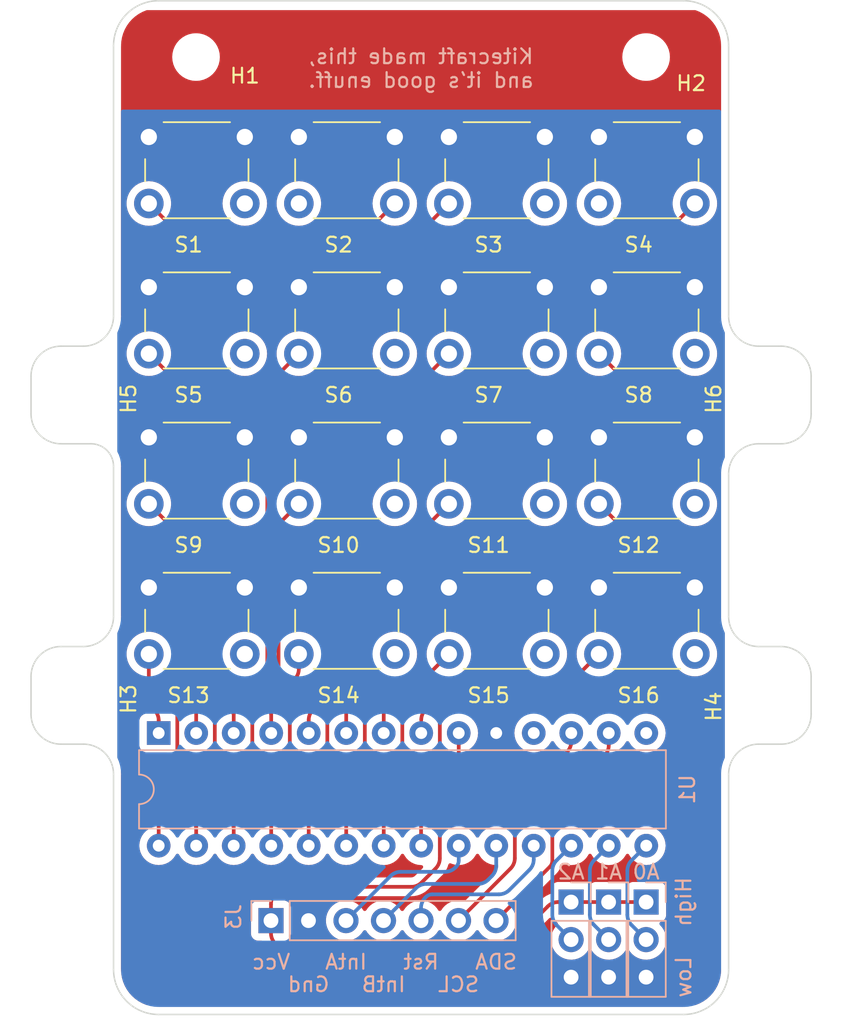
<source format=kicad_pcb>
(kicad_pcb (version 20211014) (generator pcbnew)
  (layers (0 "F.Cu" signal) (31 "B.Cu" signal) (34 "B.Paste" user) (35 "F.Paste" user) (36 "B.SilkS" user "B.Silkscreen") (37 "F.SilkS" user "F.Silkscreen") (38 "B.Mask" user) (39 "F.Mask" user) (44 "Edge.Cuts" user))
  (net 0 "")
  (net 1 "+3V3")
  (net 2 "GND")
  (net 21 "Net-(J3-Pad3)")
  (net 22 "Net-(J3-Pad6)")
  (net 23 "Net-(J3-Pad7)")
  (net 24 "Net-(J3-Pad4)")
  (net 25 "Net-(J3-Pad5)")
  (net 26 "Net-(S1-Pad1)")
  (net 27 "Net-(S2-Pad2)")
  (net 28 "Net-(S3-Pad1)")
  (net 29 "Net-(S4-Pad2)")
  (net 30 "Net-(S5-Pad1)")
  (net 31 "Net-(S6-Pad1)")
  (net 32 "Net-(S7-Pad1)")
  (net 33 "Net-(S8-Pad1)")
  (net 34 "Net-(S9-Pad1)")
  (net 35 "Net-(S10-Pad1)")
  (net 36 "Net-(S11-Pad1)")
  (net 37 "Net-(S12-Pad1)")
  (net 38 "Net-(S13-Pad1)")
  (net 39 "Net-(S14-Pad1)")
  (net 40 "Net-(S15-Pad1)")
  (net 41 "Net-(S16-Pad1)")
  (net 42 "Net-(A0-Pad2)")
  (net 43 "Net-(A1-Pad2)")
  (net 44 "Net-(A2-Pad2)")
  (footprint "Kitecraft_Buttons:SW_PUSH_6mm_H4.3mm" (layer "F.Cu") (at 121.92 87.63 90)
    (fp_text reference "S8" (at -5.08 -0.508) (layer "F.SilkS"))
    (fp_text value "MJTP1230")
    (pad "1" thru_hole circle (at -2.286 -3.198 270) (size 2 2) (drill 1.1) (layers *.Cu *.Mask) (net 33 "Net-(S8-Pad1)"))
    (pad "2" thru_hole circle (at -2.286 3.302 270) (size 2 2) (drill 1.1) (layers *.Cu *.Mask))
    (pad "3" thru_hole circle (at 2.214 -3.198 270) (size 2 2) (drill 1.1) (layers *.Cu *.Mask) (net 2 "GND"))
    (pad "4" thru_hole circle (at 2.214 3.302 270) (size 2 2) (drill 1.1) (layers *.Cu *.Mask) (net 2 "GND"))
  )
  (footprint "Kitecraft_Buttons:SW_PUSH_6mm_H4.3mm" (layer "F.Cu") (at 121.92 107.95 90)
    (fp_text reference "S16" (at -5.08 -0.508) (layer "F.SilkS"))
    (fp_text value "MJTP1230")
    (pad "1" thru_hole circle (at -2.286 -3.198 270) (size 2 2) (drill 1.1) (layers *.Cu *.Mask) (net 41 "Net-(S16-Pad1)"))
    (pad "2" thru_hole circle (at -2.286 3.302 270) (size 2 2) (drill 1.1) (layers *.Cu *.Mask))
    (pad "3" thru_hole circle (at 2.214 -3.198 270) (size 2 2) (drill 1.1) (layers *.Cu *.Mask) (net 2 "GND"))
    (pad "4" thru_hole circle (at 2.214 3.302 270) (size 2 2) (drill 1.1) (layers *.Cu *.Mask) (net 2 "GND"))
  )
  (footprint "Kitecraft_Buttons:SW_PUSH_6mm_H4.3mm" (layer "F.Cu") (at 111.76 107.95 90)
    (fp_text reference "S15" (at -5.08 -0.508) (layer "F.SilkS"))
    (fp_text value "MJTP1230")
    (pad "1" thru_hole circle (at -2.286 -3.198 270) (size 2 2) (drill 1.1) (layers *.Cu *.Mask) (net 40 "Net-(S15-Pad1)"))
    (pad "2" thru_hole circle (at -2.286 3.302 270) (size 2 2) (drill 1.1) (layers *.Cu *.Mask))
    (pad "3" thru_hole circle (at 2.214 -3.198 270) (size 2 2) (drill 1.1) (layers *.Cu *.Mask) (net 2 "GND"))
    (pad "4" thru_hole circle (at 2.214 3.302 270) (size 2 2) (drill 1.1) (layers *.Cu *.Mask) (net 2 "GND"))
  )
  (footprint "Kitecraft_Buttons:SW_PUSH_6mm_H4.3mm" (layer "F.Cu") (at 91.44 87.63 90)
    (fp_text reference "S5" (at -5.08 -0.508) (layer "F.SilkS"))
    (fp_text value "MJTP1230")
    (pad "1" thru_hole circle (at -2.286 -3.198 270) (size 2 2) (drill 1.1) (layers *.Cu *.Mask) (net 30 "Net-(S5-Pad1)"))
    (pad "2" thru_hole circle (at -2.286 3.302 270) (size 2 2) (drill 1.1) (layers *.Cu *.Mask))
    (pad "3" thru_hole circle (at 2.214 -3.198 270) (size 2 2) (drill 1.1) (layers *.Cu *.Mask) (net 2 "GND"))
    (pad "4" thru_hole circle (at 2.214 3.302 270) (size 2 2) (drill 1.1) (layers *.Cu *.Mask) (net 2 "GND"))
  )
  (footprint "Kitecraft_Buttons:SW_PUSH_6mm_H4.3mm" (layer "F.Cu") (at 91.44 97.79 90)
    (fp_text reference "S9" (at -5.08 -0.508) (layer "F.SilkS"))
    (fp_text value "MJTP1230")
    (pad "1" thru_hole circle (at -2.286 -3.198 270) (size 2 2) (drill 1.1) (layers *.Cu *.Mask) (net 34 "Net-(S9-Pad1)"))
    (pad "2" thru_hole circle (at -2.286 3.302 270) (size 2 2) (drill 1.1) (layers *.Cu *.Mask))
    (pad "3" thru_hole circle (at 2.214 -3.198 270) (size 2 2) (drill 1.1) (layers *.Cu *.Mask) (net 2 "GND"))
    (pad "4" thru_hole circle (at 2.214 3.302 270) (size 2 2) (drill 1.1) (layers *.Cu *.Mask) (net 2 "GND"))
  )
  (footprint "Kitecraft_Buttons:SW_PUSH_6mm_H4.3mm" (layer "F.Cu") (at 91.44 107.95 90)
    (fp_text reference "S13" (at -5.08 -0.508) (layer "F.SilkS"))
    (fp_text value "MJTP1230")
    (pad "1" thru_hole circle (at -2.286 -3.198 270) (size 2 2) (drill 1.1) (layers *.Cu *.Mask) (net 38 "Net-(S13-Pad1)"))
    (pad "2" thru_hole circle (at -2.286 3.302 270) (size 2 2) (drill 1.1) (layers *.Cu *.Mask))
    (pad "3" thru_hole circle (at 2.214 -3.198 270) (size 2 2) (drill 1.1) (layers *.Cu *.Mask) (net 2 "GND"))
    (pad "4" thru_hole circle (at 2.214 3.302 270) (size 2 2) (drill 1.1) (layers *.Cu *.Mask) (net 2 "GND"))
  )
  (footprint "MountingHole:MountingHole_2.2mm_M2" (layer "F.Cu") (at 83.312 113.03)
    (fp_text reference "H3" (at 3.556 0.254 90) (layer "F.SilkS"))
    (fp_text value "MountingHole")
    (pad "" np_thru_hole circle locked (at 0 0) (size 2.2 2.2) (drill 2.2) (layers *.Cu *.Mask))
  )
  (footprint "Kitecraft_Buttons:SW_PUSH_6mm_H4.3mm" (layer "F.Cu") (at 91.44 77.47 90)
    (fp_text reference "S1" (at -5.08 -0.508) (layer "F.SilkS"))
    (fp_text value "MJTP1230")
    (pad "1" thru_hole circle (at -2.286 -3.198 270) (size 2 2) (drill 1.1) (layers *.Cu *.Mask) (net 26 "Net-(S1-Pad1)"))
    (pad "2" thru_hole circle (at -2.286 3.302 270) (size 2 2) (drill 1.1) (layers *.Cu *.Mask))
    (pad "3" thru_hole circle (at 2.214 -3.198 270) (size 2 2) (drill 1.1) (layers *.Cu *.Mask) (net 2 "GND"))
    (pad "4" thru_hole circle (at 2.214 3.302 270) (size 2 2) (drill 1.1) (layers *.Cu *.Mask) (net 2 "GND"))
  )
  (footprint "MountingHole:MountingHole_2.2mm_M2" (layer "F.Cu") (at 83.312 92.71)
    (fp_text reference "H5" (at 3.556 0.254 90) (layer "F.SilkS"))
    (fp_text value "MountingHole")
    (pad "" np_thru_hole circle locked (at 0 0) (size 2.2 2.2) (drill 2.2) (layers *.Cu *.Mask))
  )
  (footprint "MountingHole:MountingHole_2.2mm_M2" (layer "F.Cu") (at 121.92 69.85)
    (fp_text reference "H2" (at 3.048 1.778) (layer "F.SilkS"))
    (fp_text value "MountingHole")
    (pad "" np_thru_hole circle locked (at 0 0) (size 2.2 2.2) (drill 2.2) (layers *.Cu *.Mask))
  )
  (footprint "Kitecraft_Buttons:SW_PUSH_6mm_H4.3mm" (layer "F.Cu") (at 101.6 87.63 90)
    (fp_text reference "S6" (at -5.08 -0.508) (layer "F.SilkS"))
    (fp_text value "MJTP1230")
    (pad "1" thru_hole circle (at -2.286 -3.198 270) (size 2 2) (drill 1.1) (layers *.Cu *.Mask) (net 31 "Net-(S6-Pad1)"))
    (pad "2" thru_hole circle (at -2.286 3.302 270) (size 2 2) (drill 1.1) (layers *.Cu *.Mask))
    (pad "3" thru_hole circle (at 2.214 -3.198 270) (size 2 2) (drill 1.1) (layers *.Cu *.Mask) (net 2 "GND"))
    (pad "4" thru_hole circle (at 2.214 3.302 270) (size 2 2) (drill 1.1) (layers *.Cu *.Mask) (net 2 "GND"))
  )
  (footprint "MountingHole:MountingHole_2.2mm_M2" (layer "F.Cu") (at 91.44 69.85)
    (fp_text reference "H1" (at 3.302 1.27) (layer "F.SilkS"))
    (fp_text value "MountingHole")
    (pad "" np_thru_hole circle locked (at 0 0) (size 2.2 2.2) (drill 2.2) (layers *.Cu *.Mask))
  )
  (footprint "Kitecraft_Buttons:SW_PUSH_6mm_H4.3mm" (layer "F.Cu") (at 111.76 87.63 90)
    (fp_text reference "S7" (at -5.08 -0.508) (layer "F.SilkS"))
    (fp_text value "MJTP1230")
    (pad "1" thru_hole circle (at -2.286 -3.198 270) (size 2 2) (drill 1.1) (layers *.Cu *.Mask) (net 32 "Net-(S7-Pad1)"))
    (pad "2" thru_hole circle (at -2.286 3.302 270) (size 2 2) (drill 1.1) (layers *.Cu *.Mask))
    (pad "3" thru_hole circle (at 2.214 -3.198 270) (size 2 2) (drill 1.1) (layers *.Cu *.Mask) (net 2 "GND"))
    (pad "4" thru_hole circle (at 2.214 3.302 270) (size 2 2) (drill 1.1) (layers *.Cu *.Mask) (net 2 "GND"))
  )
  (footprint "Kitecraft_Buttons:SW_PUSH_6mm_H4.3mm" (layer "F.Cu") (at 111.76 77.47 90)
    (fp_text reference "S3" (at -5.08 -0.508) (layer "F.SilkS"))
    (fp_text value "MJTP1230")
    (pad "1" thru_hole circle (at -2.286 -3.198 270) (size 2 2) (drill 1.1) (layers *.Cu *.Mask) (net 28 "Net-(S3-Pad1)"))
    (pad "2" thru_hole circle (at -2.286 3.302 270) (size 2 2) (drill 1.1) (layers *.Cu *.Mask))
    (pad "3" thru_hole circle (at 2.214 -3.198 270) (size 2 2) (drill 1.1) (layers *.Cu *.Mask) (net 2 "GND"))
    (pad "4" thru_hole circle (at 2.214 3.302 270) (size 2 2) (drill 1.1) (layers *.Cu *.Mask) (net 2 "GND"))
  )
  (footprint "Kitecraft_Buttons:SW_PUSH_6mm_H4.3mm" (layer "F.Cu") (at 101.6 97.79 90)
    (fp_text reference "S10" (at -5.08 -0.508) (layer "F.SilkS"))
    (fp_text value "MJTP1230")
    (pad "1" thru_hole circle (at -2.286 -3.198 270) (size 2 2) (drill 1.1) (layers *.Cu *.Mask) (net 35 "Net-(S10-Pad1)"))
    (pad "2" thru_hole circle (at -2.286 3.302 270) (size 2 2) (drill 1.1) (layers *.Cu *.Mask))
    (pad "3" thru_hole circle (at 2.214 -3.198 270) (size 2 2) (drill 1.1) (layers *.Cu *.Mask) (net 2 "GND"))
    (pad "4" thru_hole circle (at 2.214 3.302 270) (size 2 2) (drill 1.1) (layers *.Cu *.Mask) (net 2 "GND"))
  )
  (footprint "Kitecraft_Buttons:SW_PUSH_6mm_H4.3mm" (layer "F.Cu") (at 111.76 97.79 90)
    (fp_text reference "S11" (at -5.08 -0.508) (layer "F.SilkS"))
    (fp_text value "MJTP1230")
    (pad "1" thru_hole circle (at -2.286 -3.198 270) (size 2 2) (drill 1.1) (layers *.Cu *.Mask) (net 36 "Net-(S11-Pad1)"))
    (pad "2" thru_hole circle (at -2.286 3.302 270) (size 2 2) (drill 1.1) (layers *.Cu *.Mask))
    (pad "3" thru_hole circle (at 2.214 -3.198 270) (size 2 2) (drill 1.1) (layers *.Cu *.Mask) (net 2 "GND"))
    (pad "4" thru_hole circle (at 2.214 3.302 270) (size 2 2) (drill 1.1) (layers *.Cu *.Mask) (net 2 "GND"))
  )
  (footprint "MountingHole:MountingHole_2.2mm_M2" (layer "F.Cu") (at 130.048 92.71)
    (fp_text reference "H6" (at -3.556 0.254 90) (layer "F.SilkS"))
    (fp_text value "MountingHole")
    (pad "" np_thru_hole circle locked (at 0 0) (size 2.2 2.2) (drill 2.2) (layers *.Cu *.Mask))
  )
  (footprint "MountingHole:MountingHole_2.2mm_M2" (layer "F.Cu") (at 130.048 113.03)
    (fp_text reference "H4" (at -3.556 0.762 90) (layer "F.SilkS"))
    (fp_text value "MountingHole")
    (pad "" np_thru_hole circle locked (at 0 0) (size 2.2 2.2) (drill 2.2) (layers *.Cu *.Mask))
  )
  (footprint "Kitecraft_Buttons:SW_PUSH_6mm_H4.3mm" (layer "F.Cu") (at 121.92 97.79 90)
    (fp_text reference "S12" (at -5.08 -0.508) (layer "F.SilkS"))
    (fp_text value "MJTP1230")
    (pad "1" thru_hole circle (at -2.286 -3.198 270) (size 2 2) (drill 1.1) (layers *.Cu *.Mask) (net 37 "Net-(S12-Pad1)"))
    (pad "2" thru_hole circle (at -2.286 3.302 270) (size 2 2) (drill 1.1) (layers *.Cu *.Mask))
    (pad "3" thru_hole circle (at 2.214 -3.198 270) (size 2 2) (drill 1.1) (layers *.Cu *.Mask) (net 2 "GND"))
    (pad "4" thru_hole circle (at 2.214 3.302 270) (size 2 2) (drill 1.1) (layers *.Cu *.Mask) (net 2 "GND"))
  )
  (footprint "Kitecraft_Buttons:SW_PUSH_6mm_H4.3mm" (layer "F.Cu") (at 121.92 77.47 90)
    (fp_text reference "S4" (at -5.08 -0.508) (layer "F.SilkS"))
    (fp_text value "MJTP1230")
    (pad "1" thru_hole circle (at -2.286 -3.198 270) (size 2 2) (drill 1.1) (layers *.Cu *.Mask))
    (pad "2" thru_hole circle (at -2.286 3.302 270) (size 2 2) (drill 1.1) (layers *.Cu *.Mask) (net 29 "Net-(S4-Pad2)"))
    (pad "3" thru_hole circle (at 2.214 -3.198 270) (size 2 2) (drill 1.1) (layers *.Cu *.Mask) (net 2 "GND"))
    (pad "4" thru_hole circle (at 2.214 3.302 270) (size 2 2) (drill 1.1) (layers *.Cu *.Mask) (net 2 "GND"))
  )
  (footprint "Kitecraft_Buttons:SW_PUSH_6mm_H4.3mm" (layer "F.Cu") (at 101.6 107.95 90)
    (fp_text reference "S14" (at -5.08 -0.508) (layer "F.SilkS"))
    (fp_text value "MJTP1230")
    (pad "1" thru_hole circle (at -2.286 -3.198 270) (size 2 2) (drill 1.1) (layers *.Cu *.Mask) (net 39 "Net-(S14-Pad1)"))
    (pad "2" thru_hole circle (at -2.286 3.302 270) (size 2 2) (drill 1.1) (layers *.Cu *.Mask))
    (pad "3" thru_hole circle (at 2.214 -3.198 270) (size 2 2) (drill 1.1) (layers *.Cu *.Mask) (net 2 "GND"))
    (pad "4" thru_hole circle (at 2.214 3.302 270) (size 2 2) (drill 1.1) (layers *.Cu *.Mask) (net 2 "GND"))
  )
  (footprint "Kitecraft_Buttons:SW_PUSH_6mm_H4.3mm" (layer "F.Cu") (at 101.6 77.47 90)
    (fp_text reference "S2" (at -5.08 -0.508) (layer "F.SilkS"))
    (fp_text value "MJTP1230")
    (pad "1" thru_hole circle (at -2.286 -3.198 270) (size 2 2) (drill 1.1) (layers *.Cu *.Mask))
    (pad "2" thru_hole circle (at -2.286 3.302 270) (size 2 2) (drill 1.1) (layers *.Cu *.Mask) (net 27 "Net-(S2-Pad2)"))
    (pad "3" thru_hole circle (at 2.214 -3.198 270) (size 2 2) (drill 1.1) (layers *.Cu *.Mask) (net 2 "GND"))
    (pad "4" thru_hole circle (at 2.214 3.302 270) (size 2 2) (drill 1.1) (layers *.Cu *.Mask) (net 2 "GND"))
  )
  (footprint "Connector_PinHeader_2.54mm:PinHeader_1x07_P2.54mm_Vertical" (layer "B.Cu") (at 96.515 128.27 -90)
    (fp_text reference "J3" (at -0.254 2.535 -90) (layer "B.SilkS") (effects (justify mirror)))
    (fp_text value "Conn_01x07")
    (pad "1" thru_hole rect locked (at 0 0 270) (size 1.7 1.7) (drill 1) (layers *.Cu *.Mask) (net 1 "+3V3"))
    (pad "2" thru_hole oval locked (at 0 -2.54 270) (size 1.7 1.7) (drill 1) (layers *.Cu *.Mask) (net 2 "GND"))
    (pad "3" thru_hole oval locked (at 0 -5.08 270) (size 1.7 1.7) (drill 1) (layers *.Cu *.Mask) (net 21 "Net-(J3-Pad3)"))
    (pad "4" thru_hole oval locked (at 0 -7.62 270) (size 1.7 1.7) (drill 1) (layers *.Cu *.Mask) (net 24 "Net-(J3-Pad4)"))
    (pad "5" thru_hole oval locked (at 0 -10.16 270) (size 1.7 1.7) (drill 1) (layers *.Cu *.Mask) (net 25 "Net-(J3-Pad5)"))
    (pad "6" thru_hole oval locked (at 0 -12.7 270) (size 1.7 1.7) (drill 1) (layers *.Cu *.Mask) (net 22 "Net-(J3-Pad6)"))
    (pad "7" thru_hole oval locked (at 0 -15.24 270) (size 1.7 1.7) (drill 1) (layers *.Cu *.Mask) (net 23 "Net-(J3-Pad7)"))
  )
  (footprint "Kitecraft_Package_DIP:DIP-28_W7.62mm_WithSocket" (layer "B.Cu") (at 88.91 115.58 -90)
    (fp_text reference "U1" (at 3.81 -35.804 90) (layer "B.SilkS") (effects (justify mirror)))
    (fp_text value "MCP23017_SP")
    (pad "1" thru_hole rect locked (at 0 0 270) (size 1.6 1.6) (drill 0.8) (layers *.Cu *.Mask) (net 38 "Net-(S13-Pad1)"))
    (pad "2" thru_hole oval locked (at 0 -2.54 270) (size 1.6 1.6) (drill 0.8) (layers *.Cu *.Mask) (net 30 "Net-(S5-Pad1)"))
    (pad "3" thru_hole oval locked (at 0 -5.08 270) (size 1.6 1.6) (drill 0.8) (layers *.Cu *.Mask) (net 31 "Net-(S6-Pad1)"))
    (pad "4" thru_hole oval locked (at 0 -7.62 270) (size 1.6 1.6) (drill 0.8) (layers *.Cu *.Mask) (net 39 "Net-(S14-Pad1)"))
    (pad "5" thru_hole oval locked (at 0 -10.16 270) (size 1.6 1.6) (drill 0.8) (layers *.Cu *.Mask) (net 28 "Net-(S3-Pad1)"))
    (pad "6" thru_hole oval locked (at 0 -12.7 270) (size 1.6 1.6) (drill 0.8) (layers *.Cu *.Mask) (net 36 "Net-(S11-Pad1)"))
    (pad "7" thru_hole oval locked (at 0 -15.24 270) (size 1.6 1.6) (drill 0.8) (layers *.Cu *.Mask) (net 41 "Net-(S16-Pad1)"))
    (pad "8" thru_hole oval locked (at 0 -17.78 270) (size 1.6 1.6) (drill 0.8) (layers *.Cu *.Mask) (net 33 "Net-(S8-Pad1)"))
    (pad "9" thru_hole oval locked (at 0 -20.32 270) (size 1.6 1.6) (drill 0.8) (layers *.Cu *.Mask) (net 1 "+3V3"))
    (pad "10" thru_hole oval locked (at 0 -22.86 270) (size 1.6 1.6) (drill 0.8) (layers *.Cu *.Mask) (net 2 "GND"))
    (pad "11" thru_hole oval locked (at 0 -25.4 270) (size 1.6 1.6) (drill 0.8) (layers *.Cu *.Mask))
    (pad "12" thru_hole oval locked (at 0 -27.94 270) (size 1.6 1.6) (drill 0.8) (layers *.Cu *.Mask) (net 22 "Net-(J3-Pad6)"))
    (pad "13" thru_hole oval locked (at 0 -30.48 270) (size 1.6 1.6) (drill 0.8) (layers *.Cu *.Mask) (net 23 "Net-(J3-Pad7)"))
    (pad "14" thru_hole oval locked (at 0 -33.02 270) (size 1.6 1.6) (drill 0.8) (layers *.Cu *.Mask))
    (pad "15" thru_hole oval locked (at 7.62 -33.02 270) (size 1.6 1.6) (drill 0.8) (layers *.Cu *.Mask) (net 42 "Net-(A0-Pad2)"))
    (pad "16" thru_hole oval locked (at 7.62 -30.48 270) (size 1.6 1.6) (drill 0.8) (layers *.Cu *.Mask) (net 43 "Net-(A1-Pad2)"))
    (pad "17" thru_hole oval locked (at 7.62 -27.94 270) (size 1.6 1.6) (drill 0.8) (layers *.Cu *.Mask) (net 44 "Net-(A2-Pad2)"))
    (pad "18" thru_hole oval locked (at 7.62 -25.4 270) (size 1.6 1.6) (drill 0.8) (layers *.Cu *.Mask) (net 25 "Net-(J3-Pad5)"))
    (pad "19" thru_hole oval locked (at 7.62 -22.86 270) (size 1.6 1.6) (drill 0.8) (layers *.Cu *.Mask) (net 24 "Net-(J3-Pad4)"))
    (pad "20" thru_hole oval locked (at 7.62 -20.32 270) (size 1.6 1.6) (drill 0.8) (layers *.Cu *.Mask) (net 21 "Net-(J3-Pad3)"))
    (pad "21" thru_hole oval locked (at 7.62 -17.78 270) (size 1.6 1.6) (drill 0.8) (layers *.Cu *.Mask) (net 29 "Net-(S4-Pad2)"))
    (pad "22" thru_hole oval locked (at 7.62 -15.24 270) (size 1.6 1.6) (drill 0.8) (layers *.Cu *.Mask) (net 37 "Net-(S12-Pad1)"))
    (pad "23" thru_hole oval locked (at 7.62 -12.7 270) (size 1.6 1.6) (drill 0.8) (layers *.Cu *.Mask) (net 40 "Net-(S15-Pad1)"))
    (pad "24" thru_hole oval locked (at 7.62 -10.16 270) (size 1.6 1.6) (drill 0.8) (layers *.Cu *.Mask) (net 32 "Net-(S7-Pad1)"))
    (pad "25" thru_hole oval locked (at 7.62 -7.62 270) (size 1.6 1.6) (drill 0.8) (layers *.Cu *.Mask) (net 27 "Net-(S2-Pad2)"))
    (pad "26" thru_hole oval locked (at 7.62 -5.08 270) (size 1.6 1.6) (drill 0.8) (layers *.Cu *.Mask) (net 35 "Net-(S10-Pad1)"))
    (pad "27" thru_hole oval locked (at 7.62 -2.54 270) (size 1.6 1.6) (drill 0.8) (layers *.Cu *.Mask) (net 26 "Net-(S1-Pad1)"))
    (pad "28" thru_hole oval locked (at 7.62 0 270) (size 1.6 1.6) (drill 0.8) (layers *.Cu *.Mask) (net 34 "Net-(S9-Pad1)"))
  )
  (footprint "Connector_PinHeader_2.54mm:PinHeader_1x03_P2.54mm_Vertical" (layer "B.Cu") (at 119.38 127.015 180)
    (fp_text reference "A1" (at 0 2.047) (layer "B.SilkS") (effects (justify mirror)))
    (fp_text value "Conn_01x03")
    (pad "1" thru_hole rect locked (at 0 0 180) (size 1.7 1.7) (drill 1) (layers *.Cu *.Mask) (net 1 "+3V3"))
    (pad "2" thru_hole oval locked (at 0 -2.54 180) (size 1.7 1.7) (drill 1) (layers *.Cu *.Mask) (net 43 "Net-(A1-Pad2)"))
    (pad "3" thru_hole oval locked (at 0 -5.08 180) (size 1.7 1.7) (drill 1) (layers *.Cu *.Mask) (net 2 "GND"))
  )
  (footprint "Connector_PinHeader_2.54mm:PinHeader_1x03_P2.54mm_Vertical" (layer "B.Cu") (at 116.84 127.015 180)
    (fp_text reference "A2" (at 0 2.047) (layer "B.SilkS") (effects (justify mirror)))
    (fp_text value "Conn_01x03")
    (pad "1" thru_hole rect locked (at 0 0 180) (size 1.7 1.7) (drill 1) (layers *.Cu *.Mask) (net 1 "+3V3"))
    (pad "2" thru_hole oval locked (at 0 -2.54 180) (size 1.7 1.7) (drill 1) (layers *.Cu *.Mask) (net 44 "Net-(A2-Pad2)"))
    (pad "3" thru_hole oval locked (at 0 -5.08 180) (size 1.7 1.7) (drill 1) (layers *.Cu *.Mask) (net 2 "GND"))
  )
  (footprint "Connector_PinHeader_2.54mm:PinHeader_1x03_P2.54mm_Vertical" (layer "B.Cu") (at 121.92 127.015 180)
    (fp_text reference "A0" (at 0 2.047) (layer "B.SilkS") (effects (justify mirror)))
    (fp_text value "Conn_01x03")
    (pad "1" thru_hole rect locked (at 0 0 180) (size 1.7 1.7) (drill 1) (layers *.Cu *.Mask) (net 1 "+3V3"))
    (pad "2" thru_hole oval locked (at 0 -2.54 180) (size 1.7 1.7) (drill 1) (layers *.Cu *.Mask) (net 42 "Net-(A0-Pad2)"))
    (pad "3" thru_hole oval locked (at 0 -5.08 180) (size 1.7 1.7) (drill 1) (layers *.Cu *.Mask) (net 2 "GND"))
  )
  (gr_line (start 129.54 89.408) (end 131.064 89.408) (layer "Edge.Cuts") (width 0.1))
  (gr_arc (start 127.508 131.572) (mid 126.615261 133.727261) (end 124.46 134.62) (layer "Edge.Cuts") (width 0.1))
  (gr_arc (start 83.82 116.332) (mid 85.256841 116.927159) (end 85.852 118.364) (layer "Edge.Cuts") (width 0.1))
  (gr_line (start 83.82 89.408) (end 82.296 89.408) (layer "Edge.Cuts") (width 0.1))
  (gr_arc (start 129.54 89.408) (mid 128.103159 88.812841) (end 127.508 87.376) (layer "Edge.Cuts") (width 0.1))
  (gr_line (start 85.852 69.088) (end 85.852 87.376) (layer "Edge.Cuts") (width 0.1))
  (gr_arc (start 127.508 118.364) (mid 128.103159 116.927159) (end 129.54 116.332) (layer "Edge.Cuts") (width 0.1))
  (gr_line (start 80.264 91.44) (end 80.264 93.98) (layer "Edge.Cuts") (width 0.1))
  (gr_arc (start 82.296 116.332) (mid 80.859159 115.736841) (end 80.264 114.3) (layer "Edge.Cuts") (width 0.1))
  (gr_arc (start 131.064 109.728) (mid 132.500841 110.323159) (end 133.096 111.76) (layer "Edge.Cuts") (width 0.1))
  (gr_line (start 133.096 111.76) (end 133.096 114.3) (layer "Edge.Cuts") (width 0.1))
  (gr_arc (start 131.064 89.408) (mid 132.500841 90.003159) (end 133.096 91.44) (layer "Edge.Cuts") (width 0.1))
  (gr_arc (start 88.9 134.62) (mid 86.744739 133.727261) (end 85.852 131.572) (layer "Edge.Cuts") (width 0.1))
  (gr_line (start 83.82 109.728) (end 82.296 109.728) (layer "Edge.Cuts") (width 0.1))
  (gr_line (start 82.296 96.012) (end 84.328 96.012) (layer "Edge.Cuts") (width 0.1))
  (gr_arc (start 80.264 91.44) (mid 80.859159 90.003159) (end 82.296 89.408) (layer "Edge.Cuts") (width 0.1))
  (gr_arc (start 85.852 69.088) (mid 86.744739 66.932739) (end 88.9 66.04) (layer "Edge.Cuts") (width 0.1))
  (gr_line (start 131.064 96.012) (end 129.54 96.012) (layer "Edge.Cuts") (width 0.1))
  (gr_line (start 124.46 66.04) (end 88.9 66.04) (layer "Edge.Cuts") (width 0.1))
  (gr_line (start 129.54 109.728) (end 131.064 109.728) (layer "Edge.Cuts") (width 0.1))
  (gr_arc (start 133.096 93.98) (mid 132.500841 95.416841) (end 131.064 96.012) (layer "Edge.Cuts") (width 0.1))
  (gr_arc (start 85.852 87.376) (mid 85.256841 88.812841) (end 83.82 89.408) (layer "Edge.Cuts") (width 0.1))
  (gr_line (start 131.064 116.332) (end 129.54 116.332) (layer "Edge.Cuts") (width 0.1))
  (gr_line (start 127.508 118.364) (end 127.508 131.572) (layer "Edge.Cuts") (width 0.1))
  (gr_arc (start 133.096 114.3) (mid 132.500841 115.736841) (end 131.064 116.332) (layer "Edge.Cuts") (width 0.1))
  (gr_arc (start 82.296 96.012) (mid 80.859159 95.416841) (end 80.264 93.98) (layer "Edge.Cuts") (width 0.1))
  (gr_line (start 85.852 97.536) (end 85.852 107.696) (layer "Edge.Cuts") (width 0.1))
  (gr_arc (start 84.328 96.012) (mid 85.40563 96.45837) (end 85.852 97.536) (layer "Edge.Cuts") (width 0.1))
  (gr_arc (start 124.46 66.04) (mid 126.615261 66.932739) (end 127.508 69.088) (layer "Edge.Cuts") (width 0.1))
  (gr_line (start 127.508 87.376) (end 127.508 69.088) (layer "Edge.Cuts") (width 0.1))
  (gr_line (start 88.9 134.62) (end 124.46 134.62) (layer "Edge.Cuts") (width 0.1))
  (gr_line (start 85.852 118.364) (end 85.852 131.572) (layer "Edge.Cuts") (width 0.1))
  (gr_line (start 127.508 98.044) (end 127.508 107.696) (layer "Edge.Cuts") (width 0.1))
  (gr_line (start 80.264 111.76) (end 80.264 114.3) (layer "Edge.Cuts") (width 0.1))
  (gr_line (start 82.296 116.332) (end 83.82 116.332) (layer "Edge.Cuts") (width 0.1))
  (gr_arc (start 80.264 111.76) (mid 80.859159 110.323159) (end 82.296 109.728) (layer "Edge.Cuts") (width 0.1))
  (gr_arc (start 85.852 107.696) (mid 85.256841 109.132841) (end 83.82 109.728) (layer "Edge.Cuts") (width 0.1))
  (gr_arc (start 127.508 98.044) (mid 128.103159 96.607159) (end 129.54 96.012) (layer "Edge.Cuts") (width 0.1))
  (gr_line (start 133.096 91.44) (end 133.096 93.98) (layer "Edge.Cuts") (width 0.1))
  (gr_arc (start 129.54 109.728) (mid 128.103159 109.132841) (end 127.508 107.696) (layer "Edge.Cuts") (width 0.1))
  (gr_text "Rst" (at 106.68 131.064) (layer "B.SilkS") (effects (font (size 1 1)) (justify mirror)))
  (gr_text "Low" (at 124.46 132.08 90) (layer "B.SilkS") (effects (font (size 1 1)) (justify mirror)))
  (gr_text "IntA" (at 101.6 131.064) (layer "B.SilkS") (effects (font (size 1 1)) (justify mirror)))
  (gr_text "Vcc" (at 96.52 131.064) (layer "B.SilkS") (effects (font (size 1 1)) (justify mirror)))
  (gr_text "High" (at 124.46 127 90) (layer "B.SilkS") (effects (font (size 1 1)) (justify mirror)))
  (gr_text "Gnd" (at 99.06 132.588) (layer "B.SilkS") (effects (font (size 1 1)) (justify mirror)))
  (gr_text "SDA\n" (at 111.76 131.064) (layer "B.SilkS") (effects (font (size 1 1)) (justify mirror)))
  (gr_text "Kitecraft made this,\nand it's good enuff." (at 106.68 70.612) (layer "B.SilkS") (effects (font (size 1 1)) (justify mirror)))
  (gr_text "SCL" (at 109.22 132.588) (layer "B.SilkS") (effects (font (size 1 1)) (justify mirror)))
  (gr_text "IntB" (at 104.14 132.588) (layer "B.SilkS") (effects (font (size 1 1)) (justify mirror)))
  (segment (start 108.937107 120.424893) (end 108.242893 121.119107) (width 0.25) (layer "F.Cu") (net 1))
  (segment (start 97.497107 130.517107) (end 96.807893 129.827893) (width 0.25) (layer "F.Cu") (net 1))
  (segment (start 115.262107 127.307893) (end 114.592893 127.977107) (width 0.25) (layer "F.Cu") (net 1))
  (segment (start 109.23 115.58) (end 109.23 119.717786) (width 0.25) (layer "F.Cu") (net 1))
  (segment (start 96.989107 126.276893) (end 96.807893 126.458107) (width 0.25) (layer "F.Cu") (net 1))
  (segment (start 114.3 128.684214) (end 114.3 129.81) (width 0.25) (layer "F.Cu") (net 1))
  (segment (start 119.38 127.015) (end 121.92 127.015) (width 0.25) (layer "F.Cu") (net 1))
  (segment (start 116.84 127.015) (end 119.38 127.015) (width 0.25) (layer "F.Cu") (net 1))
  (segment (start 107.657107 124.752893) (end 106.718893 125.691107) (width 0.25) (layer "F.Cu") (net 1))
  (segment (start 107.95 121.826214) (end 107.95 124.045786) (width 0.25) (layer "F.Cu") (net 1))
  (segment (start 96.515 129.120786) (end 96.515 128.27) (width 0.25) (layer "F.Cu") (net 1))
  (segment (start 116.84 127.015) (end 115.969214 127.015) (width 0.25) (layer "F.Cu") (net 1))
  (segment (start 113.3 130.81) (end 98.204214 130.81) (width 0.25) (layer "F.Cu") (net 1))
  (segment (start 96.515 127.165214) (end 96.515 128.27) (width 0.25) (layer "F.Cu") (net 1))
  (segment (start 106.011786 125.984) (end 97.696214 125.984) (width 0.25) (layer "F.Cu") (net 1))
  (arc (start 115.969214 127.015) (mid 115.586531 127.09112) (end 115.262107 127.307893) (width 0.25) (layer "F.Cu") (net 1))
  (arc (start 97.696214 125.984) (mid 97.313531 126.06012) (end 96.989107 126.276893) (width 0.25) (layer "F.Cu") (net 1))
  (arc (start 96.807893 129.827893) (mid 96.59112 129.503469) (end 96.515 129.120786) (width 0.25) (layer "F.Cu") (net 1))
  (arc (start 108.242893 121.119107) (mid 108.02612 121.44353) (end 107.95 121.826214) (width 0.25) (layer "F.Cu") (net 1))
  (arc (start 98.204214 130.81) (mid 97.821531 130.73388) (end 97.497107 130.517107) (width 0.25) (layer "F.Cu") (net 1))
  (arc (start 96.515 127.165214) (mid 96.59112 126.782531) (end 96.807893 126.458107) (width 0.25) (layer "F.Cu") (net 1))
  (arc (start 113.3 130.81) (mid 114.007107 130.517107) (end 114.3 129.81) (width 0.25) (layer "F.Cu") (net 1))
  (arc (start 114.3 128.684214) (mid 114.37612 128.301531) (end 114.592893 127.977107) (width 0.25) (layer "F.Cu") (net 1))
  (arc (start 108.937107 120.424893) (mid 109.15388 120.10047) (end 109.23 119.717786) (width 0.25) (layer "F.Cu") (net 1))
  (arc (start 106.011786 125.984) (mid 106.394469 125.90788) (end 106.718893 125.691107) (width 0.25) (layer "F.Cu") (net 1))
  (arc (start 107.95 124.045786) (mid 107.87388 124.428469) (end 107.657107 124.752893) (width 0.25) (layer "F.Cu") (net 1))
  (segment (start 94.742 85.416) (end 98.402 85.416) (width 0.25) (layer "B.Cu") (net 2))
  (segment (start 109.23 123.2) (end 109.23 124.201472) (width 0.25) (layer "B.Cu") (net 21))
  (segment (start 109.054264 124.625736) (end 109.004893 124.675107) (width 0.25) (layer "B.Cu") (net 21))
  (segment (start 108.297786 124.968) (end 105.311214 124.968) (width 0.25) (layer "B.Cu") (net 21))
  (segment (start 104.604107 125.260893) (end 101.595 128.27) (width 0.25) (layer "B.Cu") (net 21))
  (arc (start 109.23 124.201472) (mid 109.184328 124.431082) (end 109.054264 124.625736) (width 0.25) (layer "B.Cu") (net 21))
  (arc (start 104.604107 125.260893) (mid 104.92853 125.04412) (end 105.311214 124.968) (width 0.25) (layer "B.Cu") (net 21))
  (arc (start 109.004893 124.675107) (mid 108.68047 124.89188) (end 108.297786 124.968) (width 0.25) (layer "B.Cu") (net 21))
  (segment (start 116.85 116.161786) (end 116.85 115.58) (width 0.25) (layer "F.Cu") (net 22))
  (segment (start 109.215 128.27) (end 112.737107 124.747893) (width 0.25) (layer "F.Cu") (net 22))
  (segment (start 113.03 124.040786) (end 113.03 120.810214) (width 0.25) (layer "F.Cu") (net 22))
  (segment (start 113.322893 120.103107) (end 116.557107 116.868893) (width 0.25) (layer "F.Cu") (net 22))
  (arc (start 116.557107 116.868893) (mid 116.77388 116.54447) (end 116.85 116.161786) (width 0.25) (layer "F.Cu") (net 22))
  (arc (start 113.03 120.810214) (mid 113.10612 120.427531) (end 113.322893 120.103107) (width 0.25) (layer "F.Cu") (net 22))
  (arc (start 113.03 124.040786) (mid 112.95388 124.423469) (end 112.737107 124.747893) (width 0.25) (layer "F.Cu") (net 22))
  (segment (start 119.39 115.58) (end 119.39 116.415786) (width 0.25) (layer "F.Cu") (net 23))
  (segment (start 119.097107 117.122893) (end 115.862893 120.357107) (width 0.25) (layer "F.Cu") (net 23))
  (segment (start 115.57 121.064214) (end 115.57 124.211472) (width 0.25) (layer "F.Cu") (net 23))
  (segment (start 114.3 125.73) (end 114.295 125.73) (width 0.25) (layer "F.Cu") (net 23))
  (segment (start 115.394264 124.635736) (end 114.3 125.73) (width 0.25) (layer "F.Cu") (net 23))
  (segment (start 114.295 125.73) (end 111.755 128.27) (width 0.25) (layer "F.Cu") (net 23))
  (arc (start 115.862893 120.357107) (mid 115.64612 120.68153) (end 115.57 121.064214) (width 0.25) (layer "F.Cu") (net 23))
  (arc (start 115.394264 124.635736) (mid 115.524328 124.441082) (end 115.57 124.211472) (width 0.25) (layer "F.Cu") (net 23))
  (arc (start 119.097107 117.122893) (mid 119.31388 116.79847) (end 119.39 116.415786) (width 0.25) (layer "F.Cu") (net 23))
  (segment (start 107.030734 125.78848) (end 110.525306 125.78848) (width 0.25) (layer "B.Cu") (net 24))
  (segment (start 104.135 128.27) (end 106.323627 126.081373) (width 0.25) (layer "B.Cu") (net 24))
  (segment (start 111.77 124.543786) (end 111.77 123.2) (width 0.25) (layer "B.Cu") (net 24))
  (segment (start 111.232413 125.495587) (end 111.477107 125.250893) (width 0.25) (layer "B.Cu") (net 24))
  (arc (start 106.323627 126.081373) (mid 106.64805 125.8646) (end 107.030734 125.78848) (width 0.25) (layer "B.Cu") (net 24))
  (arc (start 111.477107 125.250893) (mid 111.69388 124.92647) (end 111.77 124.543786) (width 0.25) (layer "B.Cu") (net 24))
  (arc (start 110.525306 125.78848) (mid 110.907989 125.71236) (end 111.232413 125.495587) (width 0.25) (layer "B.Cu") (net 24))
  (segment (start 107.436528 126.492) (end 111.947572 126.492) (width 0.25) (layer "B.Cu") (net 25))
  (segment (start 106.675 128.27) (end 106.675 127.419214) (width 0.25) (layer "B.Cu") (net 25))
  (segment (start 114.31 124.129572) (end 114.31 123.2) (width 0.25) (layer "B.Cu") (net 25))
  (segment (start 106.967893 126.712107) (end 107.012264 126.667736) (width 0.25) (layer "B.Cu") (net 25))
  (segment (start 112.654679 126.199107) (end 114.017107 124.836679) (width 0.25) (layer "B.Cu") (net 25))
  (arc (start 106.967893 126.712107) (mid 106.75112 127.03653) (end 106.675 127.419214) (width 0.25) (layer "B.Cu") (net 25))
  (arc (start 107.012264 126.667736) (mid 107.206918 126.537672) (end 107.436528 126.492) (width 0.25) (layer "B.Cu") (net 25))
  (arc (start 114.31 124.129572) (mid 114.23388 124.512255) (end 114.017107 124.836679) (width 0.25) (layer "B.Cu") (net 25))
  (arc (start 111.947572 126.492) (mid 112.330255 126.41588) (end 112.654679 126.199107) (width 0.25) (layer "B.Cu") (net 25))
  (segment (start 92.71 84.638214) (end 92.71 118.965786) (width 0.25) (layer "F.Cu") (net 26))
  (segment (start 92.417107 119.672893) (end 91.732893 120.357107) (width 0.25) (layer "F.Cu") (net 26))
  (segment (start 91.45 121.93) (end 91.45 123.2) (width 0.25) (layer "F.Cu") (net 26))
  (segment (start 88.242 79.756) (end 92.417107 83.931107) (width 0.25) (layer "F.Cu") (net 26))
  (segment (start 91.44 121.92) (end 91.45 121.93) (width 0.25) (layer "F.Cu") (net 26))
  (segment (start 91.44 121.064214) (end 91.44 121.92) (width 0.25) (layer "F.Cu") (net 26))
  (arc (start 92.71 84.638214) (mid 92.63388 84.255531) (end 92.417107 83.931107) (width 0.25) (layer "F.Cu") (net 26))
  (arc (start 91.732893 120.357107) (mid 91.51612 120.68153) (end 91.44 121.064214) (width 0.25) (layer "F.Cu") (net 26))
  (arc (start 92.417107 119.672893) (mid 92.63388 119.34847) (end 92.71 118.965786) (width 0.25) (layer "F.Cu") (net 26))
  (segment (start 104.902 79.756) (end 100.622893 84.035107) (width 0.25) (layer "F.Cu") (net 27))
  (segment (start 100.037107 111.544893) (end 98.082893 113.499107) (width 0.25) (layer "F.Cu") (net 27))
  (segment (start 96.53 121.676) (end 96.53 123.2) (width 0.25) (layer "F.Cu") (net 27))
  (segment (start 96.52 119.286214) (end 96.52 121.666) (width 0.25) (layer "F.Cu") (net 27))
  (segment (start 97.79 114.206214) (end 97.79 117.187786) (width 0.25) (layer "F.Cu") (net 27))
  (segment (start 97.497107 117.894893) (end 96.812893 118.579107) (width 0.25) (layer "F.Cu") (net 27))
  (segment (start 96.52 121.666) (end 96.53 121.676) (width 0.25) (layer "F.Cu") (net 27))
  (segment (start 100.33 84.742214) (end 100.33 110.837786) (width 0.25) (layer "F.Cu") (net 27))
  (arc (start 97.79 117.187786) (mid 97.71388 117.57047) (end 97.497107 117.894893) (width 0.25) (layer "F.Cu") (net 27))
  (arc (start 98.082893 113.499107) (mid 97.86612 113.82353) (end 97.79 114.206214) (width 0.25) (layer "F.Cu") (net 27))
  (arc (start 100.622893 84.035107) (mid 100.40612 84.35953) (end 100.33 84.742214) (width 0.25) (layer "F.Cu") (net 27))
  (arc (start 96.812893 118.579107) (mid 96.59612 118.90353) (end 96.52 119.286214) (width 0.25) (layer "F.Cu") (net 27))
  (arc (start 100.037107 111.544893) (mid 100.25388 111.22047) (end 100.33 110.837786) (width 0.25) (layer "F.Cu") (net 27))
  (segment (start 108.562 79.756) (end 101.638893 86.679107) (width 0.25) (layer "F.Cu") (net 28))
  (segment (start 101.346 87.386214) (end 101.346 111.599786) (width 0.25) (layer "F.Cu") (net 28))
  (segment (start 101.053107 112.306893) (end 99.362893 113.997107) (width 0.25) (layer "F.Cu") (net 28))
  (segment (start 99.07 114.704214) (end 99.07 115.58) (width 0.25) (layer "F.Cu") (net 28))
  (arc (start 101.053107 112.306893) (mid 101.26988 111.98247) (end 101.346 111.599786) (width 0.25) (layer "F.Cu") (net 28))
  (arc (start 101.346 87.386214) (mid 101.42212 87.003531) (end 101.638893 86.679107) (width 0.25) (layer "F.Cu") (net 28))
  (arc (start 99.362893 113.997107) (mid 99.14612 114.32153) (end 99.07 114.704214) (width 0.25) (layer "F.Cu") (net 28))
  (segment (start 107.95 114.968214) (end 107.95 119.473786) (width 0.25) (layer "F.Cu") (net 29))
  (segment (start 120.743786 113.792) (end 109.126214 113.792) (width 0.25) (layer "F.Cu") (net 29))
  (segment (start 123.19 82.202214) (end 123.19 111.345786) (width 0.25) (layer "F.Cu") (net 29))
  (segment (start 107.657107 120.180893) (end 106.972893 120.865107) (width 0.25) (layer "F.Cu") (net 29))
  (segment (start 125.222 79.756) (end 123.482893 81.495107) (width 0.25) (layer "F.Cu") (net 29))
  (segment (start 106.68 123.19) (end 106.69 123.2) (width 0.25) (layer "F.Cu") (net 29))
  (segment (start 122.897107 112.052893) (end 121.450893 113.499107) (width 0.25) (layer "F.Cu") (net 29))
  (segment (start 106.68 121.572214) (end 106.68 123.19) (width 0.25) (layer "F.Cu") (net 29))
  (segment (start 108.419107 114.084893) (end 108.242893 114.261107) (width 0.25) (layer "F.Cu") (net 29))
  (arc (start 123.482893 81.495107) (mid 123.26612 81.81953) (end 123.19 82.202214) (width 0.25) (layer "F.Cu") (net 29))
  (arc (start 106.972893 120.865107) (mid 106.75612 121.18953) (end 106.68 121.572214) (width 0.25) (layer "F.Cu") (net 29))
  (arc (start 120.743786 113.792) (mid 121.126469 113.71588) (end 121.450893 113.499107) (width 0.25) (layer "F.Cu") (net 29))
  (arc (start 123.19 111.345786) (mid 123.11388 111.728469) (end 122.897107 112.052893) (width 0.25) (layer "F.Cu") (net 29))
  (arc (start 109.126214 113.792) (mid 108.743531 113.86812) (end 108.419107 114.084893) (width 0.25) (layer "F.Cu") (net 29))
  (arc (start 107.657107 120.180893) (mid 107.87388 119.85647) (end 107.95 119.473786) (width 0.25) (layer "F.Cu") (net 29))
  (arc (start 107.95 114.968214) (mid 108.02612 114.585531) (end 108.242893 114.261107) (width 0.25) (layer "F.Cu") (net 29))
  (segment (start 91.45 115.58) (end 91.45 93.538214) (width 0.25) (layer "F.Cu") (net 30))
  (segment (start 88.242 89.916) (end 91.157107 92.831107) (width 0.25) (layer "F.Cu") (net 30))
  (arc (start 91.45 93.538214) (mid 91.37388 93.155531) (end 91.157107 92.831107) (width 0.25) (layer "F.Cu") (net 30))
  (segment (start 93.98 114.3) (end 93.99 114.31) (width 0.25) (layer "F.Cu") (net 31))
  (segment (start 93.98 113.952214) (end 93.98 114.3) (width 0.25) (layer "F.Cu") (net 31))
  (segment (start 93.99 114.31) (end 93.99 115.58) (width 0.25) (layer "F.Cu") (net 31))
  (segment (start 95.973107 111.544893) (end 94.272893 113.245107) (width 0.25) (layer "F.Cu") (net 31))
  (segment (start 98.402 89.916) (end 96.558893 91.759107) (width 0.25) (layer "F.Cu") (net 31))
  (segment (start 96.266 92.466214) (end 96.266 110.837786) (width 0.25) (layer "F.Cu") (net 31))
  (arc (start 93.98 113.952214) (mid 94.05612 113.569531) (end 94.272893 113.245107) (width 0.25) (layer "F.Cu") (net 31))
  (arc (start 96.266 92.466214) (mid 96.34212 92.083531) (end 96.558893 91.759107) (width 0.25) (layer "F.Cu") (net 31))
  (arc (start 96.266 110.837786) (mid 96.18988 111.220469) (end 95.973107 111.544893) (width 0.25) (layer "F.Cu") (net 31))
  (segment (start 102.654893 95.823107) (end 108.562 89.916) (width 0.25) (layer "F.Cu") (net 32))
  (segment (start 100.33 117.441786) (end 100.33 114.460214) (width 0.25) (layer "F.Cu") (net 32))
  (segment (start 99.352893 118.833107) (end 100.037107 118.148893) (width 0.25) (layer "F.Cu") (net 32))
  (segment (start 102.362 111.599786) (end 102.362 96.530214) (width 0.25) (layer "F.Cu") (net 32))
  (segment (start 99.07 121.676) (end 99.06 121.666) (width 0.25) (layer "F.Cu") (net 32))
  (segment (start 99.06 121.666) (end 99.06 119.540214) (width 0.25) (layer "F.Cu") (net 32))
  (segment (start 99.07 123.2) (end 99.07 121.676) (width 0.25) (layer "F.Cu") (net 32))
  (segment (start 100.622893 113.753107) (end 102.069107 112.306893) (width 0.25) (layer "F.Cu") (net 32))
  (arc (start 100.037107 118.148893) (mid 100.25388 117.824469) (end 100.33 117.441786) (width 0.25) (layer "F.Cu") (net 32))
  (arc (start 102.654893 95.823107) (mid 102.43812 96.14753) (end 102.362 96.530214) (width 0.25) (layer "F.Cu") (net 32))
  (arc (start 100.33 114.460214) (mid 100.40612 114.077531) (end 100.622893 113.753107) (width 0.25) (layer "F.Cu") (net 32))
  (arc (start 99.06 119.540214) (mid 99.13612 119.157531) (end 99.352893 118.833107) (width 0.25) (layer "F.Cu") (net 32))
  (arc (start 102.069107 112.306893) (mid 102.28588 111.98247) (end 102.362 111.599786) (width 0.25) (layer "F.Cu") (net 32))
  (segment (start 118.722 89.916) (end 121.881107 93.075107) (width 0.25) (layer "F.Cu") (net 33))
  (segment (start 122.174 111.506) (end 120.688893 112.991107) (width 0.25) (layer "F.Cu") (net 33))
  (segment (start 107.403107 113.576893) (end 106.982893 113.997107) (width 0.25) (layer "F.Cu") (net 33))
  (segment (start 122.174 93.782214) (end 122.174 111.506) (width 0.25) (layer "F.Cu") (net 33))
  (segment (start 119.981786 113.284) (end 108.110214 113.284) (width 0.25) (layer "F.Cu") (net 33))
  (arc (start 119.981786 113.284) (mid 120.364469 113.20788) (end 120.688893 112.991107) (width 0.25) (layer "F.Cu") (net 33))
  (arc (start 107.403107 113.576893) (mid 107.72753 113.36012) (end 108.110214 113.284) (width 0.25) (layer "F.Cu") (net 33))
  (arc (start 106.982893 113.997107) (mid 106.76612 114.32153) (end 106.69 114.704214) (width 0.25) (layer "F.Cu") (net 33))
  (arc (start 121.881107 93.075107) (mid 122.09788 93.39953) (end 122.174 93.782214) (width 0.25) (layer "F.Cu") (net 33))
  (segment (start 89.877107 120.180893) (end 89.192893 120.865107) (width 0.25) (layer "F.Cu") (net 34))
  (segment (start 88.9 121.666) (end 88.91 121.676) (width 0.25) (layer "F.Cu") (net 34))
  (segment (start 90.17 102.418214) (end 90.17 119.473786) (width 0.25) (layer "F.Cu") (net 34))
  (segment (start 88.9 121.572214) (end 88.9 121.666) (width 0.25) (layer "F.Cu") (net 34))
  (segment (start 88.242 100.076) (end 89.877107 101.711107) (width 0.25) (layer "F.Cu") (net 34))
  (segment (start 88.91 121.676) (end 88.91 123.2) (width 0.25) (layer "F.Cu") (net 34))
  (arc (start 90.17 119.473786) (mid 90.09388 119.85647) (end 89.877107 120.180893) (width 0.25) (layer "F.Cu") (net 34))
  (arc (start 89.192893 120.865107) (mid 88.97612 121.18953) (end 88.9 121.572214) (width 0.25) (layer "F.Cu") (net 34))
  (arc (start 90.17 102.418214) (mid 90.09388 102.035531) (end 89.877107 101.711107) (width 0.25) (layer "F.Cu") (net 34))
  (segment (start 97.028 101.45) (end 97.028 111.091786) (width 0.25) (layer "F.Cu") (net 35))
  (segment (start 94.957107 117.640893) (end 94.272893 118.325107) (width 0.25) (layer "F.Cu") (net 35))
  (segment (start 93.98 121.92) (end 93.99 121.93) (width 0.25) (layer "F.Cu") (net 35))
  (segment (start 93.99 121.93) (end 93.99 123.2) (width 0.25) (layer "F.Cu") (net 35))
  (segment (start 96.735107 111.798893) (end 95.542893 112.991107) (width 0.25) (layer "F.Cu") (net 35))
  (segment (start 93.98 119.032214) (end 93.98 121.92) (width 0.25) (layer "F.Cu") (net 35))
  (segment (start 95.25 113.698214) (end 95.25 116.933786) (width 0.25) (layer "F.Cu") (net 35))
  (segment (start 98.402 100.076) (end 97.028 101.45) (width 0.25) (layer "F.Cu") (net 35))
  (arc (start 97.028 111.091786) (mid 96.95188 111.474469) (end 96.735107 111.798893) (width 0.25) (layer "F.Cu") (net 35))
  (arc (start 93.98 119.032214) (mid 94.05612 118.649531) (end 94.272893 118.325107) (width 0.25) (layer "F.Cu") (net 35))
  (arc (start 94.957107 117.640893) (mid 95.17388 117.31647) (end 95.25 116.933786) (width 0.25) (layer "F.Cu") (net 35))
  (arc (start 95.25 113.698214) (mid 95.32612 113.315531) (end 95.542893 112.991107) (width 0.25) (layer "F.Cu") (net 35))
  (segment (start 102.831107 112.306893) (end 101.892893 113.245107) (width 0.25) (layer "F.Cu") (net 36))
  (segment (start 103.124 105.928214) (end 103.124 111.599786) (width 0.25) (layer "F.Cu") (net 36))
  (segment (start 101.6 114.046) (end 101.61 114.056) (width 0.25) (layer "F.Cu") (net 36))
  (segment (start 101.61 114.056) (end 101.61 115.58) (width 0.25) (layer "F.Cu") (net 36))
  (segment (start 101.6 113.952214) (end 101.6 114.046) (width 0.25) (layer "F.Cu") (net 36))
  (segment (start 108.562 100.076) (end 103.416893 105.221107) (width 0.25) (layer "F.Cu") (net 36))
  (arc (start 103.124 111.599786) (mid 103.04788 111.982469) (end 102.831107 112.306893) (width 0.25) (layer "F.Cu") (net 36))
  (arc (start 103.416893 105.221107) (mid 103.20012 105.54553) (end 103.124 105.928214) (width 0.25) (layer "F.Cu") (net 36))
  (arc (start 101.892893 113.245107) (mid 101.67612 113.56953) (end 101.6 113.952214) (width 0.25) (layer "F.Cu") (net 36))
  (segment (start 104.15 123.2) (end 104.15 121.676) (width 0.25) (layer "F.Cu") (net 37))
  (segment (start 105.41 119.38) (end 105.41 114.460214) (width 0.25) (layer "F.Cu") (net 37))
  (segment (start 104.14 121.666) (end 104.14 121.064214) (width 0.25) (layer "F.Cu") (net 37))
  (segment (start 104.15 121.676) (end 104.14 121.666) (width 0.25) (layer "F.Cu") (net 37))
  (segment (start 119.672893 112.483107) (end 120.865107 111.290893) (width 0.25) (layer "F.Cu") (net 37))
  (segment (start 107.094214 112.776) (end 118.965786 112.776) (width 0.25) (layer "F.Cu") (net 37))
  (segment (start 105.702893 113.753107) (end 106.387107 113.068893) (width 0.25) (layer "F.Cu") (net 37))
  (segment (start 104.14 121.064214) (end 105.117107 120.087107) (width 0.25) (layer "F.Cu") (net 37))
  (segment (start 121.158 110.583786) (end 121.158 102.926214) (width 0.25) (layer "F.Cu") (net 37))
  (segment (start 120.865107 102.219107) (end 118.722 100.076) (width 0.25) (layer "F.Cu") (net 37))
  (arc (start 106.387107 113.068893) (mid 106.711531 112.85212) (end 107.094214 112.776) (width 0.25) (layer "F.Cu") (net 37))
  (arc (start 118.965786 112.776) (mid 119.348469 112.69988) (end 119.672893 112.483107) (width 0.25) (layer "F.Cu") (net 37))
  (arc (start 121.158 102.926214) (mid 121.08188 102.543531) (end 120.865107 102.219107) (width 0.25) (layer "F.Cu") (net 37))
  (arc (start 120.865107 111.290893) (mid 121.08188 110.966469) (end 121.158 110.583786) (width 0.25) (layer "F.Cu") (net 37))
  (arc (start 105.41 119.38) (mid 105.33388 119.762683) (end 105.117107 120.087107) (width 0.25) (layer "F.Cu") (net 37))
  (arc (start 105.41 114.460214) (mid 105.48612 114.077531) (end 105.702893 113.753107) (width 0.25) (layer "F.Cu") (net 37))
  (segment (start 88.91 114.724214) (end 88.91 115.58) (width 0.25) (layer "F.Cu") (net 38))
  (segment (start 88.534893 113.934893) (end 88.617107 114.017107) (width 0.25) (layer "F.Cu") (net 38))
  (segment (start 88.242 110.236) (end 88.242 113.227786) (width 0.25) (layer "F.Cu") (net 38))
  (arc (start 88.534893 113.934893) (mid 88.31812 113.61047) (end 88.242 113.227786) (width 0.25) (layer "F.Cu") (net 38))
  (arc (start 88.617107 114.017107) (mid 88.83388 114.34153) (end 88.91 114.724214) (width 0.25) (layer "F.Cu") (net 38))
  (segment (start 96.52 114.3) (end 96.53 114.31) (width 0.25) (layer "F.Cu") (net 39))
  (segment (start 98.109107 111.948893) (end 96.812893 113.245107) (width 0.25) (layer "F.Cu") (net 39))
  (segment (start 96.52 113.952214) (end 96.52 114.3) (width 0.25) (layer "F.Cu") (net 39))
  (segment (start 98.402 110.236) (end 98.402 111.241786) (width 0.25) (layer "F.Cu") (net 39))
  (segment (start 96.53 114.31) (end 96.53 115.58) (width 0.25) (layer "F.Cu") (net 39))
  (arc (start 96.812893 113.245107) (mid 96.59612 113.56953) (end 96.52 113.952214) (width 0.25) (layer "F.Cu") (net 39))
  (arc (start 98.402 111.241786) (mid 98.32588 111.624469) (end 98.109107 111.948893) (width 0.25) (layer "F.Cu") (net 39))
  (segment (start 106.506826 111.87696) (end 105.199254 111.87696) (width 0.25) (layer "F.Cu") (net 40))
  (segment (start 101.6 121.666) (end 101.61 121.676) (width 0.25) (layer "F.Cu") (net 40))
  (segment (start 104.492147 112.169853) (end 103.162893 113.499107) (width 0.25) (layer "F.Cu") (net 40))
  (segment (start 102.87 114.206214) (end 102.87 117.695786) (width 0.25) (layer "F.Cu") (net 40))
  (segment (start 101.6 119.794214) (end 101.6 121.666) (width 0.25) (layer "F.Cu") (net 40))
  (segment (start 102.577107 118.402893) (end 101.892893 119.087107) (width 0.25) (layer "F.Cu") (net 40))
  (segment (start 101.61 121.676) (end 101.61 123.2) (width 0.25) (layer "F.Cu") (net 40))
  (segment (start 108.562 110.236) (end 107.213933 111.584067) (width 0.25) (layer "F.Cu") (net 40))
  (arc (start 105.199254 111.87696) (mid 104.816571 111.95308) (end 104.492147 112.169853) (width 0.25) (layer "F.Cu") (net 40))
  (arc (start 107.213933 111.584067) (mid 106.88951 111.80084) (end 106.506826 111.87696) (width 0.25) (layer "F.Cu") (net 40))
  (arc (start 102.577107 118.402893) (mid 102.79388 118.07847) (end 102.87 117.695786) (width 0.25) (layer "F.Cu") (net 40))
  (arc (start 101.892893 119.087107) (mid 101.67612 119.41153) (end 101.6 119.794214) (width 0.25) (layer "F.Cu") (net 40))
  (arc (start 103.162893 113.499107) (mid 102.94612 113.82353) (end 102.87 114.206214) (width 0.25) (layer "F.Cu") (net 40))
  (segment (start 104.14 113.698214) (end 104.14 114.046) (width 0.25) (layer "F.Cu") (net 41))
  (segment (start 116.217306 112.32648) (end 105.511734 112.32648) (width 0.25) (layer "F.Cu") (net 41))
  (segment (start 104.15 114.056) (end 104.15 115.58) (width 0.25) (layer "F.Cu") (net 41))
  (segment (start 118.722 110.236) (end 116.924413 112.033587) (width 0.25) (layer "F.Cu") (net 41))
  (segment (start 104.14 114.046) (end 104.15 114.056) (width 0.25) (layer "F.Cu") (net 41))
  (segment (start 104.804627 112.619373) (end 104.432893 112.991107) (width 0.25) (layer "F.Cu") (net 41))
  (arc (start 116.924413 112.033587) (mid 116.59999 112.25036) (end 116.217306 112.32648) (width 0.25) (layer "F.Cu") (net 41))
  (arc (start 104.804627 112.619373) (mid 105.12905 112.4026) (end 105.511734 112.32648) (width 0.25) (layer "F.Cu") (net 41))
  (arc (start 104.432893 112.991107) (mid 104.21612 113.31553) (end 104.14 113.698214) (width 0.25) (layer "F.Cu") (net 41))
  (segment (start 120.942893 128.577893) (end 121.92 129.555) (width 0.25) (layer "B.Cu") (net 42))
  (segment (start 121.93 123.2) (end 120.942893 124.187107) (width 0.25) (layer "B.Cu") (net 42))
  (segment (start 120.65 124.894214) (end 120.65 127.870786) (width 0.25) (layer "B.Cu") (net 42))
  (arc (start 120.942893 124.187107) (mid 120.72612 124.51153) (end 120.65 124.894214) (width 0.25) (layer "B.Cu") (net 42))
  (arc (start 120.942893 128.577893) (mid 120.72612 128.25347) (end 120.65 127.870786) (width 0.25) (layer "B.Cu") (net 42))
  (segment (start 118.402893 128.577893) (end 119.38 129.555) (width 0.25) (layer "B.Cu") (net 43))
  (segment (start 118.11 124.894214) (end 118.11 127.870786) (width 0.25) (layer "B.Cu") (net 43))
  (segment (start 119.39 123.2) (end 118.402893 124.187107) (width 0.25) (layer "B.Cu") (net 43))
  (arc (start 118.402893 128.577893) (mid 118.18612 128.25347) (end 118.11 127.870786) (width 0.25) (layer "B.Cu") (net 43))
  (arc (start 118.402893 124.187107) (mid 118.18612 124.51153) (end 118.11 124.894214) (width 0.25) (layer "B.Cu") (net 43))
  (segment (start 116.85 123.2) (end 115.862893 124.187107) (width 0.25) (layer "B.Cu") (net 44))
  (segment (start 115.57 124.894214) (end 115.57 127.870786) (width 0.25) (layer "B.Cu") (net 44))
  (segment (start 115.862893 128.577893) (end 116.84 129.555) (width 0.25) (layer "B.Cu") (net 44))
  (arc (start 115.57 124.894214) (mid 115.64612 124.511531) (end 115.862893 124.187107) (width 0.25) (layer "B.Cu") (net 44))
  (arc (start 115.57 127.870786) (mid 115.64612 128.253469) (end 115.862893 128.577893) (width 0.25) (layer "B.Cu") (net 44))
  (zone (net 2) (net_name "GND") (layer "F.Cu") (connect_pads yes (clearance 0.508)) (min_thickness 0.254) (fill yes (thermal_gap 0.508) (thermal_bridge_width 0.508))
    (polygon (pts (xy 127 133.985) (xy 86.36 133.985) (xy 86.36 66.675) (xy 127 66.675)))
  )
  (zone (net 2) (net_name "GND") (layer "B.Cu") (connect_pads yes (clearance 0.508)) (min_thickness 0.254) (fill yes (thermal_gap 0.508) (thermal_bridge_width 0.508))
    (polygon (pts (xy 127.254 132.588) (xy 125.476 134.366) (xy 87.884 134.366) (xy 86.106 132.588) (xy 86.106 73.406) (xy 127.254 73.406)))
  )
)
</source>
